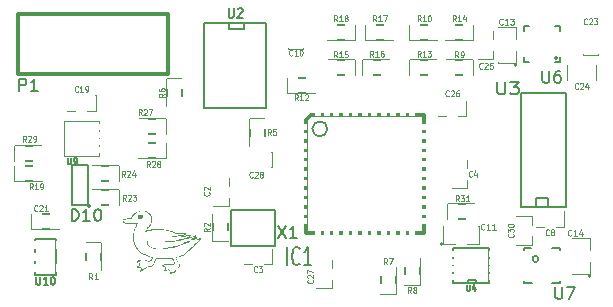
<source format=gto>
%FSLAX34Y34*%
G04 Gerber Fmt 3.4, Leading zero omitted, Abs format*
G04 (created by PCBNEW (2013-11-03 BZR 4430)-product) date Fri 08 Nov 2013 11:28:15 PM CST*
%MOIN*%
G01*
G70*
G90*
G04 APERTURE LIST*
%ADD10C,0.005906*%
%ADD11C,0.012000*%
%ADD12C,0.008000*%
%ADD13C,0.005000*%
%ADD14C,0.004700*%
%ADD15C,0.003800*%
%ADD16C,0.003900*%
%ADD17C,0.000100*%
%ADD18C,0.006890*%
%ADD19C,0.004500*%
%ADD20C,0.004300*%
%ADD21R,0.024000X0.068000*%
%ADD22R,0.068000X0.024000*%
%ADD23R,0.038000X0.028000*%
%ADD24R,0.033000X0.053000*%
%ADD25R,0.053000X0.033000*%
%ADD26R,0.063000X0.063000*%
%ADD27C,0.063000*%
%ADD28R,0.068000X0.068000*%
%ADD29C,0.068000*%
%ADD30R,0.055900X0.018500*%
%ADD31R,0.043000X0.063000*%
%ADD32R,0.063000X0.043000*%
%ADD33R,0.053000X0.028000*%
%ADD34R,0.031622X0.031622*%
%ADD35R,0.047370X0.043433*%
%ADD36O,0.012643X0.038233*%
%ADD37O,0.038233X0.012643*%
%ADD38R,0.035559X0.035559*%
%ADD39O,0.034296X0.012643*%
%ADD40O,0.039496X0.017843*%
%ADD41O,0.012643X0.034296*%
G04 APERTURE END LIST*
G54D10*
G54D11*
X55119Y-39801D02*
X55119Y-43741D01*
X55119Y-43741D02*
X51179Y-43741D01*
X51179Y-39991D02*
X51179Y-43741D01*
X51369Y-39801D02*
X55119Y-39801D01*
X51179Y-39991D02*
X51369Y-39801D01*
G54D12*
X51899Y-40271D02*
G75*
G03X51899Y-40271I-250J0D01*
G74*
G01*
G54D13*
X42869Y-45127D02*
X42169Y-45127D01*
X42169Y-45127D02*
X42169Y-43927D01*
X42169Y-43927D02*
X42869Y-43927D01*
X42869Y-43927D02*
X42869Y-45127D01*
G54D14*
X59123Y-43024D02*
X58848Y-43024D01*
X59517Y-43024D02*
X59792Y-43024D01*
X59123Y-43536D02*
X58848Y-43536D01*
X59792Y-43536D02*
X59517Y-43536D01*
X58848Y-43530D02*
X58848Y-43030D01*
X59792Y-43030D02*
X59792Y-43530D01*
X51102Y-36928D02*
X51102Y-36653D01*
X51102Y-37322D02*
X51102Y-37597D01*
X50590Y-36928D02*
X50590Y-36653D01*
X50590Y-37597D02*
X50590Y-37322D01*
X50596Y-36653D02*
X51096Y-36653D01*
X51096Y-37597D02*
X50596Y-37597D01*
X49383Y-44264D02*
X49108Y-44264D01*
X49777Y-44264D02*
X50052Y-44264D01*
X49383Y-44776D02*
X49108Y-44776D01*
X50052Y-44776D02*
X49777Y-44776D01*
X49108Y-44770D02*
X49108Y-44270D01*
X50052Y-44270D02*
X50052Y-44770D01*
X48094Y-42572D02*
X48094Y-42847D01*
X48094Y-42178D02*
X48094Y-41903D01*
X48606Y-42572D02*
X48606Y-42847D01*
X48606Y-41903D02*
X48606Y-42178D01*
X48600Y-42847D02*
X48100Y-42847D01*
X48100Y-41903D02*
X48600Y-41903D01*
X56043Y-41968D02*
X56043Y-42243D01*
X56043Y-41574D02*
X56043Y-41299D01*
X56555Y-41968D02*
X56555Y-42243D01*
X56555Y-41299D02*
X56555Y-41574D01*
X56549Y-42243D02*
X56049Y-42243D01*
X56049Y-41299D02*
X56549Y-41299D01*
X43503Y-39153D02*
X43228Y-39153D01*
X43897Y-39153D02*
X44172Y-39153D01*
X43503Y-39665D02*
X43228Y-39665D01*
X44172Y-39665D02*
X43897Y-39665D01*
X43228Y-39659D02*
X43228Y-39159D01*
X44172Y-39159D02*
X44172Y-39659D01*
G54D13*
X46512Y-40446D02*
X45612Y-40446D01*
X45612Y-40446D02*
X45612Y-39946D01*
X45612Y-39946D02*
X46512Y-39946D01*
X46512Y-39946D02*
X46512Y-40446D01*
X42969Y-43596D02*
X42069Y-43596D01*
X42069Y-43596D02*
X42069Y-43096D01*
X42069Y-43096D02*
X42969Y-43096D01*
X42969Y-43096D02*
X42969Y-43596D01*
X41500Y-41500D02*
X42400Y-41500D01*
X42400Y-41500D02*
X42400Y-42000D01*
X42400Y-42000D02*
X41500Y-42000D01*
X41500Y-42000D02*
X41500Y-41500D01*
X41500Y-40850D02*
X42400Y-40850D01*
X42400Y-40850D02*
X42400Y-41350D01*
X42400Y-41350D02*
X41500Y-41350D01*
X41500Y-41350D02*
X41500Y-40850D01*
X46512Y-41234D02*
X45612Y-41234D01*
X45612Y-41234D02*
X45612Y-40734D01*
X45612Y-40734D02*
X46512Y-40734D01*
X46512Y-40734D02*
X46512Y-41234D01*
X44938Y-42021D02*
X44038Y-42021D01*
X44038Y-42021D02*
X44038Y-41521D01*
X44038Y-41521D02*
X44938Y-41521D01*
X44938Y-41521D02*
X44938Y-42021D01*
X44038Y-42309D02*
X44938Y-42309D01*
X44938Y-42309D02*
X44938Y-42809D01*
X44938Y-42809D02*
X44038Y-42809D01*
X44038Y-42809D02*
X44038Y-42309D01*
X48600Y-43100D02*
X48600Y-44000D01*
X48600Y-44000D02*
X48100Y-44000D01*
X48100Y-44000D02*
X48100Y-43100D01*
X48100Y-43100D02*
X48600Y-43100D01*
X50593Y-38568D02*
X51493Y-38568D01*
X51493Y-38568D02*
X51493Y-39068D01*
X51493Y-39068D02*
X50593Y-39068D01*
X50593Y-39068D02*
X50593Y-38568D01*
X47061Y-38624D02*
X47061Y-39524D01*
X47061Y-39524D02*
X46561Y-39524D01*
X46561Y-39524D02*
X46561Y-38624D01*
X46561Y-38624D02*
X47061Y-38624D01*
X44344Y-44077D02*
X44344Y-44977D01*
X44344Y-44977D02*
X43844Y-44977D01*
X43844Y-44977D02*
X43844Y-44077D01*
X43844Y-44077D02*
X44344Y-44077D01*
X49836Y-39943D02*
X49836Y-40843D01*
X49836Y-40843D02*
X49336Y-40843D01*
X49336Y-40843D02*
X49336Y-39943D01*
X49336Y-39943D02*
X49836Y-39943D01*
X54974Y-44569D02*
X54974Y-45469D01*
X54974Y-45469D02*
X54474Y-45469D01*
X54474Y-45469D02*
X54474Y-44569D01*
X54474Y-44569D02*
X54974Y-44569D01*
X54187Y-44864D02*
X54187Y-45764D01*
X54187Y-45764D02*
X53687Y-45764D01*
X53687Y-45764D02*
X53687Y-44864D01*
X53687Y-44864D02*
X54187Y-44864D01*
X56749Y-38478D02*
X55849Y-38478D01*
X55849Y-38478D02*
X55849Y-37978D01*
X55849Y-37978D02*
X56749Y-37978D01*
X56749Y-37978D02*
X56749Y-38478D01*
X54668Y-36797D02*
X55568Y-36797D01*
X55568Y-36797D02*
X55568Y-37297D01*
X55568Y-37297D02*
X54668Y-37297D01*
X54668Y-37297D02*
X54668Y-36797D01*
X55849Y-36797D02*
X56749Y-36797D01*
X56749Y-36797D02*
X56749Y-37297D01*
X56749Y-37297D02*
X55849Y-37297D01*
X55849Y-37297D02*
X55849Y-36797D01*
X55568Y-38478D02*
X54668Y-38478D01*
X54668Y-38478D02*
X54668Y-37978D01*
X54668Y-37978D02*
X55568Y-37978D01*
X55568Y-37978D02*
X55568Y-38478D01*
X52812Y-38478D02*
X51912Y-38478D01*
X51912Y-38478D02*
X51912Y-37978D01*
X51912Y-37978D02*
X52812Y-37978D01*
X52812Y-37978D02*
X52812Y-38478D01*
X53993Y-38478D02*
X53093Y-38478D01*
X53093Y-38478D02*
X53093Y-37978D01*
X53093Y-37978D02*
X53993Y-37978D01*
X53993Y-37978D02*
X53993Y-38478D01*
X51912Y-36797D02*
X52812Y-36797D01*
X52812Y-36797D02*
X52812Y-37297D01*
X52812Y-37297D02*
X51912Y-37297D01*
X51912Y-37297D02*
X51912Y-36797D01*
X53191Y-36797D02*
X54091Y-36797D01*
X54091Y-36797D02*
X54091Y-37297D01*
X54091Y-37297D02*
X53191Y-37297D01*
X53191Y-37297D02*
X53191Y-36797D01*
G54D11*
X46594Y-38440D02*
X41594Y-38440D01*
X41594Y-38440D02*
X41594Y-36440D01*
X41594Y-36440D02*
X46594Y-36440D01*
X46594Y-36440D02*
X46594Y-38440D01*
G54D14*
X60572Y-38656D02*
X60847Y-38656D01*
X60178Y-38656D02*
X59903Y-38656D01*
X60572Y-38144D02*
X60847Y-38144D01*
X59903Y-38144D02*
X60178Y-38144D01*
X60847Y-38150D02*
X60847Y-38650D01*
X59903Y-38650D02*
X59903Y-38150D01*
X56909Y-37677D02*
X56909Y-37952D01*
X56909Y-37283D02*
X56909Y-37008D01*
X57421Y-37677D02*
X57421Y-37952D01*
X57421Y-37008D02*
X57421Y-37283D01*
X57415Y-37952D02*
X56915Y-37952D01*
X56915Y-37008D02*
X57415Y-37008D01*
X60419Y-37522D02*
X60419Y-37797D01*
X60419Y-37128D02*
X60419Y-36853D01*
X60931Y-37522D02*
X60931Y-37797D01*
X60931Y-36853D02*
X60931Y-37128D01*
X60925Y-37797D02*
X60425Y-37797D01*
X60425Y-36853D02*
X60925Y-36853D01*
G54D15*
X44291Y-41181D02*
X43109Y-41181D01*
X43109Y-41181D02*
X43109Y-39999D01*
X43109Y-39999D02*
X44291Y-39999D01*
X44291Y-39999D02*
X44291Y-41181D01*
G54D16*
X55750Y-44100D02*
G75*
G03X55750Y-44100I-50J0D01*
G74*
G01*
X56150Y-44100D02*
X55750Y-44100D01*
X55750Y-44100D02*
X55750Y-43500D01*
X55750Y-43500D02*
X56150Y-43500D01*
X56550Y-43500D02*
X56950Y-43500D01*
X56950Y-43500D02*
X56950Y-44100D01*
X56950Y-44100D02*
X56550Y-44100D01*
X58224Y-38130D02*
G75*
G03X58224Y-38130I-50J0D01*
G74*
G01*
X58174Y-37680D02*
X58174Y-38080D01*
X58174Y-38080D02*
X57574Y-38080D01*
X57574Y-38080D02*
X57574Y-37680D01*
X57574Y-37280D02*
X57574Y-36880D01*
X57574Y-36880D02*
X58174Y-36880D01*
X58174Y-36880D02*
X58174Y-37280D01*
X60700Y-45175D02*
G75*
G03X60700Y-45175I-50J0D01*
G74*
G01*
X60650Y-44725D02*
X60650Y-45125D01*
X60650Y-45125D02*
X60050Y-45125D01*
X60050Y-45125D02*
X60050Y-44725D01*
X60050Y-44325D02*
X60050Y-43925D01*
X60050Y-43925D02*
X60650Y-43925D01*
X60650Y-43925D02*
X60650Y-44325D01*
G54D14*
X56259Y-39842D02*
X56534Y-39842D01*
X55865Y-39842D02*
X55590Y-39842D01*
X56259Y-39330D02*
X56534Y-39330D01*
X55590Y-39330D02*
X55865Y-39330D01*
X56534Y-39336D02*
X56534Y-39836D01*
X55590Y-39836D02*
X55590Y-39336D01*
X52047Y-44921D02*
X52047Y-44646D01*
X52047Y-45315D02*
X52047Y-45590D01*
X51535Y-44921D02*
X51535Y-44646D01*
X51535Y-45590D02*
X51535Y-45315D01*
X51541Y-44646D02*
X52041Y-44646D01*
X52041Y-45590D02*
X51541Y-45590D01*
X49763Y-41555D02*
X50038Y-41555D01*
X49369Y-41555D02*
X49094Y-41555D01*
X49763Y-41043D02*
X50038Y-41043D01*
X49094Y-41043D02*
X49369Y-41043D01*
X50038Y-41049D02*
X50038Y-41549D01*
X49094Y-41549D02*
X49094Y-41049D01*
G54D13*
X49842Y-36732D02*
X49842Y-39566D01*
X49842Y-39566D02*
X47795Y-39566D01*
X47795Y-39566D02*
X47795Y-36732D01*
X47795Y-36732D02*
X49842Y-36732D01*
X49118Y-36755D02*
X49118Y-36955D01*
X49118Y-36955D02*
X48618Y-36955D01*
X48618Y-36955D02*
X48618Y-36755D01*
G54D12*
X58355Y-42884D02*
X58355Y-39084D01*
X58355Y-39084D02*
X59855Y-39084D01*
X59855Y-39084D02*
X59855Y-42884D01*
X59855Y-42884D02*
X58355Y-42884D01*
X58855Y-42884D02*
X58855Y-42584D01*
X58855Y-42584D02*
X59255Y-42584D01*
X59255Y-42584D02*
X59255Y-42884D01*
G54D14*
X58716Y-43463D02*
X58716Y-43188D01*
X58716Y-43857D02*
X58716Y-44132D01*
X58204Y-43463D02*
X58204Y-43188D01*
X58204Y-44132D02*
X58204Y-43857D01*
X58210Y-43188D02*
X58710Y-43188D01*
X58710Y-44132D02*
X58210Y-44132D01*
G54D17*
G36*
X47694Y-43921D02*
X47686Y-43940D01*
X47666Y-43968D01*
X47649Y-43986D01*
X47649Y-43952D01*
X47639Y-43952D01*
X47618Y-43957D01*
X47608Y-43959D01*
X47571Y-43965D01*
X47548Y-43959D01*
X47539Y-43941D01*
X47539Y-43938D01*
X47539Y-43918D01*
X47509Y-43938D01*
X47489Y-43950D01*
X47456Y-43967D01*
X47447Y-43972D01*
X47447Y-43937D01*
X47436Y-43935D01*
X47412Y-43944D01*
X47376Y-43965D01*
X47369Y-43969D01*
X47334Y-43990D01*
X47301Y-44010D01*
X47277Y-44024D01*
X47272Y-44026D01*
X47256Y-44036D01*
X47252Y-44041D01*
X47253Y-44041D01*
X47264Y-44037D01*
X47288Y-44027D01*
X47322Y-44011D01*
X47359Y-43994D01*
X47404Y-43971D01*
X47434Y-43954D01*
X47447Y-43942D01*
X47447Y-43937D01*
X47447Y-43972D01*
X47415Y-43989D01*
X47371Y-44011D01*
X47366Y-44013D01*
X47254Y-44064D01*
X47240Y-44070D01*
X47240Y-44046D01*
X47235Y-44041D01*
X47230Y-44046D01*
X47235Y-44050D01*
X47240Y-44046D01*
X47240Y-44070D01*
X47221Y-44077D01*
X47221Y-44055D01*
X47216Y-44050D01*
X47212Y-44055D01*
X47216Y-44060D01*
X47221Y-44055D01*
X47221Y-44077D01*
X47134Y-44112D01*
X47010Y-44155D01*
X46883Y-44193D01*
X46756Y-44226D01*
X46632Y-44253D01*
X46513Y-44273D01*
X46402Y-44285D01*
X46302Y-44290D01*
X46215Y-44287D01*
X46200Y-44285D01*
X46112Y-44269D01*
X46039Y-44246D01*
X45981Y-44215D01*
X45935Y-44176D01*
X45908Y-44140D01*
X45895Y-44116D01*
X45886Y-44095D01*
X45882Y-44071D01*
X45880Y-44038D01*
X45880Y-44010D01*
X45881Y-43965D01*
X45884Y-43936D01*
X45890Y-43923D01*
X45892Y-43922D01*
X45898Y-43925D01*
X45902Y-43942D01*
X45903Y-43974D01*
X45903Y-43986D01*
X45907Y-44047D01*
X45917Y-44096D01*
X45937Y-44137D01*
X45952Y-44158D01*
X45988Y-44193D01*
X46033Y-44220D01*
X46088Y-44239D01*
X46156Y-44252D01*
X46239Y-44259D01*
X46315Y-44260D01*
X46477Y-44251D01*
X46644Y-44225D01*
X46814Y-44184D01*
X46984Y-44128D01*
X47152Y-44057D01*
X47282Y-43992D01*
X47322Y-43968D01*
X47364Y-43943D01*
X47404Y-43918D01*
X47439Y-43895D01*
X47465Y-43876D01*
X47480Y-43863D01*
X47483Y-43859D01*
X47474Y-43861D01*
X47452Y-43867D01*
X47418Y-43877D01*
X47376Y-43891D01*
X47371Y-43892D01*
X47274Y-43922D01*
X47274Y-43895D01*
X47268Y-43892D01*
X47248Y-43897D01*
X47240Y-43901D01*
X47232Y-43908D01*
X47239Y-43909D01*
X47257Y-43904D01*
X47263Y-43901D01*
X47274Y-43895D01*
X47274Y-43922D01*
X47260Y-43926D01*
X47151Y-43956D01*
X47044Y-43982D01*
X46942Y-44004D01*
X46845Y-44021D01*
X46758Y-44034D01*
X46680Y-44041D01*
X46614Y-44043D01*
X46562Y-44040D01*
X46526Y-44030D01*
X46522Y-44028D01*
X46501Y-44016D01*
X46492Y-44007D01*
X46498Y-44001D01*
X46518Y-43998D01*
X46555Y-43997D01*
X46609Y-43999D01*
X46630Y-43999D01*
X46689Y-44002D01*
X46734Y-44003D01*
X46773Y-44001D01*
X46810Y-43997D01*
X46850Y-43990D01*
X46867Y-43986D01*
X46934Y-43972D01*
X47004Y-43954D01*
X47073Y-43934D01*
X47139Y-43914D01*
X47198Y-43893D01*
X47249Y-43873D01*
X47288Y-43855D01*
X47312Y-43840D01*
X47314Y-43838D01*
X47323Y-43828D01*
X47316Y-43828D01*
X47305Y-43830D01*
X47217Y-43853D01*
X47136Y-43869D01*
X47052Y-43879D01*
X47029Y-43881D01*
X47029Y-43854D01*
X47028Y-43853D01*
X47015Y-43849D01*
X46989Y-43848D01*
X46947Y-43849D01*
X46911Y-43852D01*
X46805Y-43861D01*
X46922Y-43862D01*
X46973Y-43862D01*
X47007Y-43861D01*
X47025Y-43858D01*
X47029Y-43854D01*
X47029Y-43881D01*
X47020Y-43882D01*
X46949Y-43885D01*
X46884Y-43885D01*
X46825Y-43882D01*
X46775Y-43876D01*
X46738Y-43868D01*
X46714Y-43857D01*
X46707Y-43846D01*
X46716Y-43843D01*
X46740Y-43840D01*
X46777Y-43835D01*
X46824Y-43831D01*
X46864Y-43828D01*
X46942Y-43822D01*
X47009Y-43814D01*
X47062Y-43804D01*
X47100Y-43793D01*
X47120Y-43782D01*
X47123Y-43779D01*
X47117Y-43775D01*
X47093Y-43772D01*
X47053Y-43771D01*
X47004Y-43770D01*
X46953Y-43770D01*
X46914Y-43768D01*
X46883Y-43765D01*
X46855Y-43759D01*
X46824Y-43750D01*
X46789Y-43738D01*
X46623Y-43687D01*
X46459Y-43655D01*
X46297Y-43640D01*
X46137Y-43644D01*
X45977Y-43667D01*
X45896Y-43685D01*
X45862Y-43693D01*
X45836Y-43696D01*
X45823Y-43695D01*
X45823Y-43694D01*
X45825Y-43682D01*
X45836Y-43659D01*
X45854Y-43628D01*
X45876Y-43593D01*
X45900Y-43558D01*
X45924Y-43527D01*
X45940Y-43509D01*
X45968Y-43476D01*
X45993Y-43439D01*
X46005Y-43420D01*
X46017Y-43394D01*
X46024Y-43369D01*
X46028Y-43340D01*
X46029Y-43300D01*
X46029Y-43289D01*
X46028Y-43244D01*
X46025Y-43212D01*
X46018Y-43187D01*
X46009Y-43166D01*
X45970Y-43112D01*
X45918Y-43069D01*
X45856Y-43038D01*
X45787Y-43020D01*
X45714Y-43017D01*
X45674Y-43022D01*
X45597Y-43044D01*
X45526Y-43081D01*
X45465Y-43131D01*
X45417Y-43190D01*
X45400Y-43222D01*
X45380Y-43262D01*
X45280Y-43278D01*
X45236Y-43284D01*
X45197Y-43290D01*
X45167Y-43293D01*
X45155Y-43293D01*
X45130Y-43299D01*
X45114Y-43306D01*
X45103Y-43317D01*
X45103Y-43330D01*
X45110Y-43346D01*
X45120Y-43362D01*
X45132Y-43376D01*
X45149Y-43385D01*
X45174Y-43393D01*
X45208Y-43398D01*
X45255Y-43401D01*
X45316Y-43404D01*
X45375Y-43406D01*
X45572Y-43410D01*
X45570Y-43434D01*
X45566Y-43453D01*
X45555Y-43483D01*
X45540Y-43521D01*
X45531Y-43542D01*
X45492Y-43638D01*
X45467Y-43729D01*
X45454Y-43818D01*
X45451Y-43882D01*
X45458Y-43992D01*
X45481Y-44091D01*
X45519Y-44182D01*
X45573Y-44263D01*
X45643Y-44336D01*
X45729Y-44401D01*
X45832Y-44457D01*
X45952Y-44506D01*
X45990Y-44518D01*
X46028Y-44531D01*
X46058Y-44544D01*
X46077Y-44554D01*
X46081Y-44558D01*
X46074Y-44583D01*
X46059Y-44614D01*
X46039Y-44645D01*
X46017Y-44669D01*
X46016Y-44670D01*
X45985Y-44689D01*
X45948Y-44695D01*
X45902Y-44689D01*
X45865Y-44677D01*
X45788Y-44657D01*
X45719Y-44653D01*
X45659Y-44666D01*
X45605Y-44695D01*
X45600Y-44699D01*
X45573Y-44721D01*
X45606Y-44727D01*
X45642Y-44740D01*
X45662Y-44760D01*
X45666Y-44785D01*
X45653Y-44812D01*
X45623Y-44838D01*
X45620Y-44840D01*
X45581Y-44864D01*
X45623Y-44864D01*
X45656Y-44867D01*
X45683Y-44876D01*
X45687Y-44879D01*
X45700Y-44890D01*
X45706Y-44904D01*
X45706Y-44928D01*
X45705Y-44944D01*
X45704Y-44972D01*
X45705Y-44990D01*
X45707Y-44994D01*
X45716Y-44989D01*
X45736Y-44973D01*
X45761Y-44951D01*
X45770Y-44943D01*
X45827Y-44896D01*
X45880Y-44865D01*
X45928Y-44848D01*
X45961Y-44845D01*
X46000Y-44842D01*
X46032Y-44832D01*
X46059Y-44813D01*
X46083Y-44783D01*
X46107Y-44739D01*
X46133Y-44678D01*
X46133Y-44678D01*
X46150Y-44637D01*
X46166Y-44606D01*
X46183Y-44585D01*
X46205Y-44573D01*
X46235Y-44567D01*
X46276Y-44566D01*
X46331Y-44568D01*
X46362Y-44570D01*
X46444Y-44574D01*
X46515Y-44574D01*
X46570Y-44570D01*
X46625Y-44564D01*
X46665Y-44562D01*
X46693Y-44562D01*
X46714Y-44567D01*
X46730Y-44576D01*
X46745Y-44588D01*
X46776Y-44625D01*
X46803Y-44668D01*
X46821Y-44709D01*
X46823Y-44719D01*
X46821Y-44752D01*
X46803Y-44780D01*
X46772Y-44801D01*
X46754Y-44807D01*
X46726Y-44812D01*
X46682Y-44813D01*
X46626Y-44813D01*
X46593Y-44811D01*
X46534Y-44809D01*
X46491Y-44809D01*
X46460Y-44812D01*
X46441Y-44817D01*
X46423Y-44826D01*
X46422Y-44830D01*
X46431Y-44833D01*
X46465Y-44840D01*
X46485Y-44846D01*
X46499Y-44853D01*
X46506Y-44860D01*
X46517Y-44883D01*
X46519Y-44913D01*
X46512Y-44943D01*
X46507Y-44954D01*
X46500Y-44964D01*
X46501Y-44969D01*
X46514Y-44967D01*
X46542Y-44960D01*
X46575Y-44954D01*
X46604Y-44952D01*
X46616Y-44953D01*
X46647Y-44968D01*
X46669Y-44996D01*
X46677Y-45030D01*
X46677Y-45039D01*
X46676Y-45060D01*
X46682Y-45067D01*
X46700Y-45065D01*
X46702Y-45064D01*
X46729Y-45056D01*
X46760Y-45044D01*
X46771Y-45039D01*
X46802Y-45020D01*
X46830Y-44994D01*
X46836Y-44987D01*
X46856Y-44963D01*
X46882Y-44931D01*
X46905Y-44905D01*
X46928Y-44878D01*
X46946Y-44852D01*
X46955Y-44836D01*
X46957Y-44798D01*
X46944Y-44754D01*
X46916Y-44710D01*
X46894Y-44677D01*
X46873Y-44641D01*
X46856Y-44606D01*
X46844Y-44575D01*
X46840Y-44555D01*
X46841Y-44551D01*
X46852Y-44543D01*
X46877Y-44535D01*
X46906Y-44528D01*
X46975Y-44513D01*
X47041Y-44491D01*
X47096Y-44466D01*
X47113Y-44456D01*
X47132Y-44442D01*
X47161Y-44416D01*
X47196Y-44383D01*
X47237Y-44344D01*
X47277Y-44304D01*
X47328Y-44253D01*
X47386Y-44196D01*
X47446Y-44140D01*
X47501Y-44089D01*
X47528Y-44065D01*
X47567Y-44029D01*
X47601Y-43998D01*
X47628Y-43974D01*
X47644Y-43957D01*
X47649Y-43952D01*
X47649Y-43986D01*
X47632Y-44004D01*
X47585Y-44049D01*
X47541Y-44088D01*
X47494Y-44131D01*
X47440Y-44182D01*
X47382Y-44238D01*
X47326Y-44293D01*
X47286Y-44332D01*
X47237Y-44381D01*
X47199Y-44419D01*
X47168Y-44447D01*
X47141Y-44468D01*
X47118Y-44483D01*
X47095Y-44496D01*
X47090Y-44498D01*
X47045Y-44517D01*
X46996Y-44534D01*
X46950Y-44547D01*
X46912Y-44554D01*
X46897Y-44555D01*
X46878Y-44559D01*
X46871Y-44564D01*
X46871Y-44578D01*
X46881Y-44604D01*
X46898Y-44636D01*
X46921Y-44671D01*
X46937Y-44694D01*
X46968Y-44743D01*
X46982Y-44789D01*
X46979Y-44833D01*
X46958Y-44878D01*
X46923Y-44924D01*
X46896Y-44955D01*
X46871Y-44986D01*
X46854Y-45006D01*
X46823Y-45036D01*
X46779Y-45063D01*
X46728Y-45083D01*
X46686Y-45092D01*
X46641Y-45099D01*
X46647Y-45053D01*
X46650Y-45024D01*
X46647Y-45007D01*
X46637Y-44995D01*
X46631Y-44991D01*
X46609Y-44980D01*
X46583Y-44977D01*
X46550Y-44984D01*
X46515Y-44995D01*
X46486Y-45005D01*
X46465Y-45009D01*
X46457Y-45009D01*
X46457Y-44998D01*
X46466Y-44976D01*
X46478Y-44951D01*
X46492Y-44923D01*
X46498Y-44906D01*
X46497Y-44895D01*
X46490Y-44885D01*
X46486Y-44881D01*
X46459Y-44866D01*
X46416Y-44857D01*
X46414Y-44857D01*
X46383Y-44852D01*
X46365Y-44845D01*
X46361Y-44841D01*
X46369Y-44830D01*
X46388Y-44815D01*
X46401Y-44807D01*
X46416Y-44799D01*
X46432Y-44793D01*
X46450Y-44788D01*
X46474Y-44786D01*
X46507Y-44785D01*
X46554Y-44784D01*
X46601Y-44784D01*
X46660Y-44784D01*
X46703Y-44783D01*
X46734Y-44782D01*
X46754Y-44779D01*
X46768Y-44775D01*
X46778Y-44769D01*
X46781Y-44766D01*
X46795Y-44749D01*
X46801Y-44735D01*
X46795Y-44712D01*
X46780Y-44681D01*
X46760Y-44648D01*
X46737Y-44619D01*
X46729Y-44610D01*
X46698Y-44580D01*
X46618Y-44592D01*
X46568Y-44597D01*
X46508Y-44600D01*
X46436Y-44599D01*
X46377Y-44598D01*
X46315Y-44596D01*
X46269Y-44595D01*
X46237Y-44596D01*
X46216Y-44598D01*
X46204Y-44602D01*
X46201Y-44604D01*
X46190Y-44617D01*
X46176Y-44644D01*
X46160Y-44679D01*
X46152Y-44699D01*
X46123Y-44763D01*
X46095Y-44810D01*
X46065Y-44843D01*
X46030Y-44863D01*
X45988Y-44872D01*
X45963Y-44873D01*
X45909Y-44881D01*
X45857Y-44906D01*
X45805Y-44948D01*
X45768Y-44980D01*
X45732Y-45007D01*
X45701Y-45025D01*
X45679Y-45032D01*
X45678Y-45032D01*
X45667Y-45031D01*
X45662Y-45026D01*
X45663Y-45014D01*
X45670Y-44989D01*
X45676Y-44970D01*
X45685Y-44936D01*
X45684Y-44914D01*
X45673Y-44901D01*
X45648Y-44894D01*
X45607Y-44892D01*
X45594Y-44892D01*
X45555Y-44890D01*
X45530Y-44887D01*
X45520Y-44882D01*
X45520Y-44882D01*
X45528Y-44873D01*
X45547Y-44857D01*
X45574Y-44839D01*
X45576Y-44837D01*
X45605Y-44818D01*
X45627Y-44801D01*
X45637Y-44789D01*
X45637Y-44789D01*
X45635Y-44772D01*
X45616Y-44758D01*
X45583Y-44748D01*
X45575Y-44747D01*
X45549Y-44739D01*
X45540Y-44727D01*
X45549Y-44710D01*
X45569Y-44690D01*
X45627Y-44653D01*
X45693Y-44633D01*
X45764Y-44629D01*
X45842Y-44643D01*
X45857Y-44648D01*
X45909Y-44662D01*
X45949Y-44667D01*
X45979Y-44662D01*
X46003Y-44647D01*
X46009Y-44642D01*
X46028Y-44617D01*
X46042Y-44593D01*
X46042Y-44591D01*
X46046Y-44580D01*
X46045Y-44572D01*
X46037Y-44564D01*
X46019Y-44556D01*
X45988Y-44544D01*
X45953Y-44532D01*
X45836Y-44487D01*
X45736Y-44436D01*
X45652Y-44379D01*
X45581Y-44315D01*
X45525Y-44243D01*
X45480Y-44161D01*
X45457Y-44105D01*
X45446Y-44071D01*
X45439Y-44039D01*
X45433Y-44002D01*
X45430Y-43955D01*
X45429Y-43914D01*
X45427Y-43860D01*
X45428Y-43818D01*
X45431Y-43783D01*
X45436Y-43749D01*
X45446Y-43710D01*
X45448Y-43699D01*
X45464Y-43646D01*
X45483Y-43589D01*
X45504Y-43536D01*
X45510Y-43523D01*
X45525Y-43487D01*
X45536Y-43457D01*
X45542Y-43439D01*
X45542Y-43434D01*
X45532Y-43433D01*
X45506Y-43432D01*
X45467Y-43431D01*
X45420Y-43431D01*
X45379Y-43432D01*
X45313Y-43433D01*
X45262Y-43432D01*
X45224Y-43430D01*
X45194Y-43426D01*
X45170Y-43420D01*
X45125Y-43401D01*
X45096Y-43376D01*
X45083Y-43341D01*
X45083Y-43317D01*
X45086Y-43279D01*
X45190Y-43264D01*
X45249Y-43256D01*
X45293Y-43249D01*
X45324Y-43243D01*
X45345Y-43237D01*
X45359Y-43229D01*
X45369Y-43219D01*
X45378Y-43207D01*
X45384Y-43195D01*
X45436Y-43122D01*
X45497Y-43066D01*
X45567Y-43027D01*
X45647Y-43003D01*
X45736Y-42996D01*
X45758Y-42996D01*
X45838Y-43007D01*
X45906Y-43030D01*
X45962Y-43067D01*
X46008Y-43118D01*
X46033Y-43158D01*
X46045Y-43185D01*
X46053Y-43211D01*
X46056Y-43242D01*
X46057Y-43284D01*
X46056Y-43327D01*
X46053Y-43359D01*
X46045Y-43387D01*
X46031Y-43420D01*
X46028Y-43424D01*
X46007Y-43463D01*
X45980Y-43502D01*
X45959Y-43527D01*
X45938Y-43552D01*
X45915Y-43582D01*
X45894Y-43611D01*
X45877Y-43637D01*
X45868Y-43656D01*
X45867Y-43662D01*
X45877Y-43662D01*
X45901Y-43658D01*
X45934Y-43651D01*
X45945Y-43648D01*
X46092Y-43622D01*
X46245Y-43614D01*
X46403Y-43622D01*
X46564Y-43648D01*
X46727Y-43690D01*
X46773Y-43704D01*
X46817Y-43719D01*
X46852Y-43729D01*
X46885Y-43736D01*
X46920Y-43740D01*
X46963Y-43743D01*
X47016Y-43745D01*
X47066Y-43747D01*
X47110Y-43750D01*
X47146Y-43753D01*
X47168Y-43756D01*
X47172Y-43756D01*
X47190Y-43766D01*
X47189Y-43778D01*
X47171Y-43792D01*
X47135Y-43808D01*
X47076Y-43830D01*
X47118Y-43836D01*
X47168Y-43837D01*
X47228Y-43825D01*
X47295Y-43803D01*
X47309Y-43797D01*
X47342Y-43786D01*
X47361Y-43786D01*
X47365Y-43798D01*
X47355Y-43822D01*
X47348Y-43834D01*
X47334Y-43858D01*
X47325Y-43874D01*
X47324Y-43877D01*
X47332Y-43876D01*
X47355Y-43870D01*
X47387Y-43859D01*
X47427Y-43846D01*
X47468Y-43832D01*
X47501Y-43823D01*
X47525Y-43817D01*
X47535Y-43818D01*
X47533Y-43831D01*
X47522Y-43851D01*
X47505Y-43873D01*
X47486Y-43892D01*
X47482Y-43895D01*
X47470Y-43908D01*
X47473Y-43915D01*
X47487Y-43914D01*
X47508Y-43904D01*
X47519Y-43897D01*
X47541Y-43883D01*
X47557Y-43874D01*
X47560Y-43873D01*
X47565Y-43881D01*
X47567Y-43901D01*
X47567Y-43906D01*
X47569Y-43928D01*
X47577Y-43937D01*
X47587Y-43938D01*
X47607Y-43934D01*
X47634Y-43923D01*
X47643Y-43918D01*
X47669Y-43906D01*
X47685Y-43905D01*
X47690Y-43908D01*
X47694Y-43921D01*
X47694Y-43921D01*
X47694Y-43921D01*
G37*
G36*
X45763Y-43204D02*
X45754Y-43228D01*
X45735Y-43249D01*
X45708Y-43264D01*
X45675Y-43271D01*
X45640Y-43267D01*
X45626Y-43261D01*
X45594Y-43240D01*
X45579Y-43214D01*
X45581Y-43185D01*
X45599Y-43157D01*
X45628Y-43140D01*
X45666Y-43134D01*
X45705Y-43138D01*
X45738Y-43153D01*
X45739Y-43154D01*
X45758Y-43178D01*
X45763Y-43204D01*
X45763Y-43204D01*
X45763Y-43204D01*
G37*
G54D13*
X56830Y-43290D02*
X55930Y-43290D01*
X55930Y-43290D02*
X55930Y-42790D01*
X55930Y-42790D02*
X56830Y-42790D01*
X56830Y-42790D02*
X56830Y-43290D01*
G54D18*
X44000Y-42838D02*
G75*
G03X44000Y-42838I-55J0D01*
G74*
G01*
X43915Y-41480D02*
X43915Y-42819D01*
X43384Y-41480D02*
X43384Y-42819D01*
X43915Y-42819D02*
X43384Y-42819D01*
X43915Y-41480D02*
X43384Y-41480D01*
X50153Y-44165D02*
X50153Y-42984D01*
X50153Y-42984D02*
X48696Y-42984D01*
X48696Y-42984D02*
X48696Y-44165D01*
X48696Y-44165D02*
X50153Y-44165D01*
G54D10*
X56850Y-45413D02*
X56850Y-45295D01*
X56850Y-45295D02*
X56574Y-45295D01*
X56574Y-45295D02*
X56574Y-45413D01*
X57283Y-45413D02*
X56101Y-45413D01*
X56101Y-45413D02*
X56101Y-44231D01*
X56101Y-44231D02*
X57283Y-44231D01*
X57283Y-44231D02*
X57283Y-45413D01*
G54D18*
X58464Y-38031D02*
X58464Y-37874D01*
X58464Y-38031D02*
X58622Y-38031D01*
X58464Y-36850D02*
X58622Y-36850D01*
X58464Y-36850D02*
X58464Y-37007D01*
X59645Y-36850D02*
X59488Y-36850D01*
X59645Y-36850D02*
X59645Y-37007D01*
X59645Y-38031D02*
X59645Y-37874D01*
X59645Y-38031D02*
X59488Y-38031D01*
X59571Y-37913D02*
G75*
G03X59571Y-37913I-44J0D01*
G74*
G01*
X58459Y-45415D02*
X58459Y-45356D01*
X58459Y-45415D02*
X58715Y-45415D01*
X59640Y-45415D02*
X59640Y-45356D01*
X59640Y-45415D02*
X59384Y-45415D01*
X59640Y-44234D02*
X59640Y-44293D01*
X59640Y-44234D02*
X59384Y-44234D01*
X58459Y-44234D02*
X58459Y-44293D01*
X58459Y-44234D02*
X58695Y-44234D01*
X58931Y-44608D02*
G75*
G03X58931Y-44608I-98J0D01*
G74*
G01*
G54D12*
X50554Y-44818D02*
X50554Y-44218D01*
X50973Y-44761D02*
X50954Y-44790D01*
X50897Y-44818D01*
X50859Y-44818D01*
X50802Y-44790D01*
X50763Y-44732D01*
X50744Y-44675D01*
X50725Y-44561D01*
X50725Y-44475D01*
X50744Y-44361D01*
X50763Y-44304D01*
X50802Y-44247D01*
X50859Y-44218D01*
X50897Y-44218D01*
X50954Y-44247D01*
X50973Y-44275D01*
X51354Y-44818D02*
X51125Y-44818D01*
X51240Y-44818D02*
X51240Y-44218D01*
X51202Y-44304D01*
X51163Y-44361D01*
X51125Y-44390D01*
G54D13*
X42190Y-45213D02*
X42190Y-45415D01*
X42202Y-45439D01*
X42214Y-45451D01*
X42238Y-45463D01*
X42285Y-45463D01*
X42309Y-45451D01*
X42321Y-45439D01*
X42333Y-45415D01*
X42333Y-45213D01*
X42583Y-45463D02*
X42440Y-45463D01*
X42511Y-45463D02*
X42511Y-45213D01*
X42488Y-45248D01*
X42464Y-45272D01*
X42440Y-45284D01*
X42738Y-45213D02*
X42761Y-45213D01*
X42785Y-45225D01*
X42797Y-45236D01*
X42809Y-45260D01*
X42821Y-45308D01*
X42821Y-45367D01*
X42809Y-45415D01*
X42797Y-45439D01*
X42785Y-45451D01*
X42761Y-45463D01*
X42738Y-45463D01*
X42714Y-45451D01*
X42702Y-45439D01*
X42690Y-45415D01*
X42678Y-45367D01*
X42678Y-45308D01*
X42690Y-45260D01*
X42702Y-45236D01*
X42714Y-45225D01*
X42738Y-45213D01*
G54D19*
X59284Y-43804D02*
X59276Y-43814D01*
X59250Y-43824D01*
X59233Y-43824D01*
X59207Y-43814D01*
X59190Y-43795D01*
X59182Y-43776D01*
X59173Y-43738D01*
X59173Y-43709D01*
X59182Y-43671D01*
X59190Y-43652D01*
X59207Y-43633D01*
X59233Y-43624D01*
X59250Y-43624D01*
X59276Y-43633D01*
X59284Y-43643D01*
X59387Y-43709D02*
X59370Y-43700D01*
X59362Y-43690D01*
X59353Y-43671D01*
X59353Y-43662D01*
X59362Y-43643D01*
X59370Y-43633D01*
X59387Y-43624D01*
X59422Y-43624D01*
X59439Y-43633D01*
X59447Y-43643D01*
X59456Y-43662D01*
X59456Y-43671D01*
X59447Y-43690D01*
X59439Y-43700D01*
X59422Y-43709D01*
X59387Y-43709D01*
X59370Y-43719D01*
X59362Y-43728D01*
X59353Y-43747D01*
X59353Y-43785D01*
X59362Y-43804D01*
X59370Y-43814D01*
X59387Y-43824D01*
X59422Y-43824D01*
X59439Y-43814D01*
X59447Y-43804D01*
X59456Y-43785D01*
X59456Y-43747D01*
X59447Y-43728D01*
X59439Y-43719D01*
X59422Y-43709D01*
X50736Y-37807D02*
X50728Y-37816D01*
X50702Y-37826D01*
X50685Y-37826D01*
X50659Y-37816D01*
X50642Y-37797D01*
X50633Y-37778D01*
X50625Y-37740D01*
X50625Y-37711D01*
X50633Y-37673D01*
X50642Y-37654D01*
X50659Y-37635D01*
X50685Y-37626D01*
X50702Y-37626D01*
X50728Y-37635D01*
X50736Y-37645D01*
X50908Y-37826D02*
X50805Y-37826D01*
X50856Y-37826D02*
X50856Y-37626D01*
X50839Y-37654D01*
X50822Y-37673D01*
X50805Y-37683D01*
X51019Y-37626D02*
X51036Y-37626D01*
X51053Y-37635D01*
X51062Y-37645D01*
X51071Y-37664D01*
X51079Y-37702D01*
X51079Y-37749D01*
X51071Y-37788D01*
X51062Y-37807D01*
X51053Y-37816D01*
X51036Y-37826D01*
X51019Y-37826D01*
X51002Y-37816D01*
X50993Y-37807D01*
X50985Y-37788D01*
X50976Y-37749D01*
X50976Y-37702D01*
X50985Y-37664D01*
X50993Y-37645D01*
X51002Y-37635D01*
X51019Y-37626D01*
X49556Y-45026D02*
X49547Y-45035D01*
X49521Y-45045D01*
X49504Y-45045D01*
X49478Y-45035D01*
X49461Y-45016D01*
X49453Y-44997D01*
X49444Y-44959D01*
X49444Y-44931D01*
X49453Y-44893D01*
X49461Y-44874D01*
X49478Y-44855D01*
X49504Y-44845D01*
X49521Y-44845D01*
X49547Y-44855D01*
X49556Y-44864D01*
X49616Y-44845D02*
X49727Y-44845D01*
X49667Y-44921D01*
X49693Y-44921D01*
X49710Y-44931D01*
X49718Y-44940D01*
X49727Y-44959D01*
X49727Y-45007D01*
X49718Y-45026D01*
X49710Y-45035D01*
X49693Y-45045D01*
X49641Y-45045D01*
X49624Y-45035D01*
X49616Y-45026D01*
X47961Y-42385D02*
X47970Y-42394D01*
X47980Y-42419D01*
X47980Y-42437D01*
X47970Y-42462D01*
X47951Y-42479D01*
X47932Y-42488D01*
X47894Y-42497D01*
X47866Y-42497D01*
X47828Y-42488D01*
X47809Y-42479D01*
X47789Y-42462D01*
X47780Y-42437D01*
X47780Y-42419D01*
X47789Y-42394D01*
X47799Y-42385D01*
X47799Y-42317D02*
X47789Y-42308D01*
X47780Y-42291D01*
X47780Y-42248D01*
X47789Y-42231D01*
X47799Y-42222D01*
X47818Y-42214D01*
X47837Y-42214D01*
X47866Y-42222D01*
X47980Y-42325D01*
X47980Y-42214D01*
X56720Y-41846D02*
X56711Y-41855D01*
X56685Y-41865D01*
X56668Y-41865D01*
X56642Y-41855D01*
X56625Y-41836D01*
X56617Y-41817D01*
X56608Y-41779D01*
X56608Y-41751D01*
X56617Y-41713D01*
X56625Y-41694D01*
X56642Y-41675D01*
X56668Y-41665D01*
X56685Y-41665D01*
X56711Y-41675D01*
X56720Y-41684D01*
X56874Y-41732D02*
X56874Y-41865D01*
X56831Y-41655D02*
X56788Y-41798D01*
X56900Y-41798D01*
X43584Y-39021D02*
X43575Y-39030D01*
X43550Y-39040D01*
X43532Y-39040D01*
X43507Y-39030D01*
X43490Y-39011D01*
X43481Y-38992D01*
X43472Y-38954D01*
X43472Y-38926D01*
X43481Y-38888D01*
X43490Y-38869D01*
X43507Y-38850D01*
X43532Y-38840D01*
X43550Y-38840D01*
X43575Y-38850D01*
X43584Y-38859D01*
X43755Y-39040D02*
X43652Y-39040D01*
X43704Y-39040D02*
X43704Y-38840D01*
X43687Y-38869D01*
X43670Y-38888D01*
X43652Y-38897D01*
X43841Y-39040D02*
X43875Y-39040D01*
X43892Y-39030D01*
X43901Y-39021D01*
X43918Y-38992D01*
X43927Y-38954D01*
X43927Y-38878D01*
X43918Y-38859D01*
X43910Y-38850D01*
X43892Y-38840D01*
X43858Y-38840D01*
X43841Y-38850D01*
X43832Y-38859D01*
X43824Y-38878D01*
X43824Y-38926D01*
X43832Y-38945D01*
X43841Y-38954D01*
X43858Y-38964D01*
X43892Y-38964D01*
X43910Y-38954D01*
X43918Y-38945D01*
X43927Y-38926D01*
X45709Y-39815D02*
X45649Y-39720D01*
X45606Y-39815D02*
X45606Y-39615D01*
X45675Y-39615D01*
X45692Y-39625D01*
X45700Y-39634D01*
X45709Y-39653D01*
X45709Y-39682D01*
X45700Y-39701D01*
X45692Y-39710D01*
X45675Y-39720D01*
X45606Y-39720D01*
X45777Y-39634D02*
X45786Y-39625D01*
X45803Y-39615D01*
X45846Y-39615D01*
X45863Y-39625D01*
X45872Y-39634D01*
X45880Y-39653D01*
X45880Y-39672D01*
X45872Y-39701D01*
X45769Y-39815D01*
X45880Y-39815D01*
X45940Y-39615D02*
X46060Y-39615D01*
X45983Y-39815D01*
X42234Y-42996D02*
X42225Y-43005D01*
X42200Y-43015D01*
X42182Y-43015D01*
X42157Y-43005D01*
X42140Y-42986D01*
X42131Y-42967D01*
X42122Y-42929D01*
X42122Y-42901D01*
X42131Y-42863D01*
X42140Y-42844D01*
X42157Y-42825D01*
X42182Y-42815D01*
X42200Y-42815D01*
X42225Y-42825D01*
X42234Y-42834D01*
X42302Y-42834D02*
X42311Y-42825D01*
X42328Y-42815D01*
X42371Y-42815D01*
X42388Y-42825D01*
X42397Y-42834D01*
X42405Y-42853D01*
X42405Y-42872D01*
X42397Y-42901D01*
X42294Y-43015D01*
X42405Y-43015D01*
X42577Y-43015D02*
X42474Y-43015D01*
X42525Y-43015D02*
X42525Y-42815D01*
X42508Y-42844D01*
X42491Y-42863D01*
X42474Y-42872D01*
X42084Y-42290D02*
X42024Y-42195D01*
X41981Y-42290D02*
X41981Y-42090D01*
X42050Y-42090D01*
X42067Y-42100D01*
X42075Y-42109D01*
X42084Y-42128D01*
X42084Y-42157D01*
X42075Y-42176D01*
X42067Y-42185D01*
X42050Y-42195D01*
X41981Y-42195D01*
X42255Y-42290D02*
X42152Y-42290D01*
X42204Y-42290D02*
X42204Y-42090D01*
X42187Y-42119D01*
X42170Y-42138D01*
X42152Y-42147D01*
X42341Y-42290D02*
X42375Y-42290D01*
X42392Y-42280D01*
X42401Y-42271D01*
X42418Y-42242D01*
X42427Y-42204D01*
X42427Y-42128D01*
X42418Y-42109D01*
X42410Y-42100D01*
X42392Y-42090D01*
X42358Y-42090D01*
X42341Y-42100D01*
X42332Y-42109D01*
X42324Y-42128D01*
X42324Y-42176D01*
X42332Y-42195D01*
X42341Y-42204D01*
X42358Y-42214D01*
X42392Y-42214D01*
X42410Y-42204D01*
X42418Y-42195D01*
X42427Y-42176D01*
X41858Y-40698D02*
X41798Y-40603D01*
X41755Y-40698D02*
X41755Y-40498D01*
X41824Y-40498D01*
X41841Y-40508D01*
X41849Y-40517D01*
X41858Y-40536D01*
X41858Y-40565D01*
X41849Y-40584D01*
X41841Y-40593D01*
X41824Y-40603D01*
X41755Y-40603D01*
X41926Y-40517D02*
X41935Y-40508D01*
X41952Y-40498D01*
X41995Y-40498D01*
X42012Y-40508D01*
X42021Y-40517D01*
X42029Y-40536D01*
X42029Y-40555D01*
X42021Y-40584D01*
X41918Y-40698D01*
X42029Y-40698D01*
X42115Y-40698D02*
X42149Y-40698D01*
X42166Y-40689D01*
X42175Y-40679D01*
X42192Y-40651D01*
X42201Y-40613D01*
X42201Y-40536D01*
X42192Y-40517D01*
X42184Y-40508D01*
X42166Y-40498D01*
X42132Y-40498D01*
X42115Y-40508D01*
X42106Y-40517D01*
X42098Y-40536D01*
X42098Y-40584D01*
X42106Y-40603D01*
X42115Y-40613D01*
X42132Y-40622D01*
X42166Y-40622D01*
X42184Y-40613D01*
X42192Y-40603D01*
X42201Y-40584D01*
X45984Y-41540D02*
X45924Y-41445D01*
X45881Y-41540D02*
X45881Y-41340D01*
X45950Y-41340D01*
X45967Y-41350D01*
X45975Y-41359D01*
X45984Y-41378D01*
X45984Y-41407D01*
X45975Y-41426D01*
X45967Y-41435D01*
X45950Y-41445D01*
X45881Y-41445D01*
X46052Y-41359D02*
X46061Y-41350D01*
X46078Y-41340D01*
X46121Y-41340D01*
X46138Y-41350D01*
X46147Y-41359D01*
X46155Y-41378D01*
X46155Y-41397D01*
X46147Y-41426D01*
X46044Y-41540D01*
X46155Y-41540D01*
X46258Y-41426D02*
X46241Y-41416D01*
X46232Y-41407D01*
X46224Y-41388D01*
X46224Y-41378D01*
X46232Y-41359D01*
X46241Y-41350D01*
X46258Y-41340D01*
X46292Y-41340D01*
X46310Y-41350D01*
X46318Y-41359D01*
X46327Y-41378D01*
X46327Y-41388D01*
X46318Y-41407D01*
X46310Y-41416D01*
X46292Y-41426D01*
X46258Y-41426D01*
X46241Y-41435D01*
X46232Y-41445D01*
X46224Y-41464D01*
X46224Y-41502D01*
X46232Y-41521D01*
X46241Y-41530D01*
X46258Y-41540D01*
X46292Y-41540D01*
X46310Y-41530D01*
X46318Y-41521D01*
X46327Y-41502D01*
X46327Y-41464D01*
X46318Y-41445D01*
X46310Y-41435D01*
X46292Y-41426D01*
X45159Y-41865D02*
X45099Y-41770D01*
X45056Y-41865D02*
X45056Y-41665D01*
X45125Y-41665D01*
X45142Y-41675D01*
X45150Y-41684D01*
X45159Y-41703D01*
X45159Y-41732D01*
X45150Y-41751D01*
X45142Y-41760D01*
X45125Y-41770D01*
X45056Y-41770D01*
X45227Y-41684D02*
X45236Y-41675D01*
X45253Y-41665D01*
X45296Y-41665D01*
X45313Y-41675D01*
X45322Y-41684D01*
X45330Y-41703D01*
X45330Y-41722D01*
X45322Y-41751D01*
X45219Y-41865D01*
X45330Y-41865D01*
X45485Y-41732D02*
X45485Y-41865D01*
X45442Y-41655D02*
X45399Y-41798D01*
X45510Y-41798D01*
X45184Y-42665D02*
X45124Y-42570D01*
X45081Y-42665D02*
X45081Y-42465D01*
X45150Y-42465D01*
X45167Y-42475D01*
X45175Y-42484D01*
X45184Y-42503D01*
X45184Y-42532D01*
X45175Y-42551D01*
X45167Y-42560D01*
X45150Y-42570D01*
X45081Y-42570D01*
X45252Y-42484D02*
X45261Y-42475D01*
X45278Y-42465D01*
X45321Y-42465D01*
X45338Y-42475D01*
X45347Y-42484D01*
X45355Y-42503D01*
X45355Y-42522D01*
X45347Y-42551D01*
X45244Y-42665D01*
X45355Y-42665D01*
X45415Y-42465D02*
X45527Y-42465D01*
X45467Y-42541D01*
X45492Y-42541D01*
X45510Y-42551D01*
X45518Y-42560D01*
X45527Y-42579D01*
X45527Y-42627D01*
X45518Y-42646D01*
X45510Y-42655D01*
X45492Y-42665D01*
X45441Y-42665D01*
X45424Y-42655D01*
X45415Y-42646D01*
X47980Y-43585D02*
X47885Y-43645D01*
X47980Y-43688D02*
X47780Y-43688D01*
X47780Y-43620D01*
X47789Y-43603D01*
X47799Y-43594D01*
X47818Y-43585D01*
X47847Y-43585D01*
X47866Y-43594D01*
X47875Y-43603D01*
X47885Y-43620D01*
X47885Y-43688D01*
X47799Y-43517D02*
X47789Y-43508D01*
X47780Y-43491D01*
X47780Y-43448D01*
X47789Y-43431D01*
X47799Y-43423D01*
X47818Y-43414D01*
X47837Y-43414D01*
X47866Y-43423D01*
X47980Y-43525D01*
X47980Y-43414D01*
X50915Y-39325D02*
X50855Y-39229D01*
X50812Y-39325D02*
X50812Y-39125D01*
X50881Y-39125D01*
X50898Y-39134D01*
X50906Y-39144D01*
X50915Y-39163D01*
X50915Y-39191D01*
X50906Y-39210D01*
X50898Y-39220D01*
X50881Y-39229D01*
X50812Y-39229D01*
X51086Y-39325D02*
X50983Y-39325D01*
X51035Y-39325D02*
X51035Y-39125D01*
X51018Y-39153D01*
X51001Y-39172D01*
X50983Y-39182D01*
X51155Y-39144D02*
X51163Y-39134D01*
X51181Y-39125D01*
X51223Y-39125D01*
X51241Y-39134D01*
X51249Y-39144D01*
X51258Y-39163D01*
X51258Y-39182D01*
X51249Y-39210D01*
X51146Y-39325D01*
X51258Y-39325D01*
X46480Y-39092D02*
X46384Y-39152D01*
X46480Y-39194D02*
X46280Y-39194D01*
X46280Y-39126D01*
X46289Y-39109D01*
X46299Y-39100D01*
X46318Y-39092D01*
X46346Y-39092D01*
X46365Y-39100D01*
X46375Y-39109D01*
X46384Y-39126D01*
X46384Y-39194D01*
X46280Y-38937D02*
X46280Y-38972D01*
X46289Y-38989D01*
X46299Y-38997D01*
X46327Y-39014D01*
X46365Y-39023D01*
X46441Y-39023D01*
X46460Y-39014D01*
X46470Y-39006D01*
X46480Y-38989D01*
X46480Y-38954D01*
X46470Y-38937D01*
X46460Y-38929D01*
X46441Y-38920D01*
X46394Y-38920D01*
X46375Y-38929D01*
X46365Y-38937D01*
X46356Y-38954D01*
X46356Y-38989D01*
X46365Y-39006D01*
X46375Y-39014D01*
X46394Y-39023D01*
X44070Y-45290D02*
X44010Y-45195D01*
X43967Y-45290D02*
X43967Y-45090D01*
X44035Y-45090D01*
X44052Y-45100D01*
X44061Y-45109D01*
X44070Y-45128D01*
X44070Y-45157D01*
X44061Y-45176D01*
X44052Y-45185D01*
X44035Y-45195D01*
X43967Y-45195D01*
X44241Y-45290D02*
X44138Y-45290D01*
X44190Y-45290D02*
X44190Y-45090D01*
X44172Y-45119D01*
X44155Y-45138D01*
X44138Y-45147D01*
X50018Y-40474D02*
X49958Y-40379D01*
X49915Y-40474D02*
X49915Y-40274D01*
X49984Y-40274D01*
X50001Y-40284D01*
X50010Y-40293D01*
X50018Y-40312D01*
X50018Y-40341D01*
X50010Y-40360D01*
X50001Y-40369D01*
X49984Y-40379D01*
X49915Y-40379D01*
X50181Y-40274D02*
X50095Y-40274D01*
X50087Y-40369D01*
X50095Y-40360D01*
X50113Y-40350D01*
X50155Y-40350D01*
X50173Y-40360D01*
X50181Y-40369D01*
X50190Y-40388D01*
X50190Y-40436D01*
X50181Y-40455D01*
X50173Y-40465D01*
X50155Y-40474D01*
X50113Y-40474D01*
X50095Y-40465D01*
X50087Y-40455D01*
X54695Y-45740D02*
X54635Y-45645D01*
X54592Y-45740D02*
X54592Y-45540D01*
X54660Y-45540D01*
X54677Y-45550D01*
X54686Y-45559D01*
X54695Y-45578D01*
X54695Y-45607D01*
X54686Y-45626D01*
X54677Y-45635D01*
X54660Y-45645D01*
X54592Y-45645D01*
X54797Y-45626D02*
X54780Y-45616D01*
X54772Y-45607D01*
X54763Y-45588D01*
X54763Y-45578D01*
X54772Y-45559D01*
X54780Y-45550D01*
X54797Y-45540D01*
X54832Y-45540D01*
X54849Y-45550D01*
X54857Y-45559D01*
X54866Y-45578D01*
X54866Y-45588D01*
X54857Y-45607D01*
X54849Y-45616D01*
X54832Y-45626D01*
X54797Y-45626D01*
X54780Y-45635D01*
X54772Y-45645D01*
X54763Y-45664D01*
X54763Y-45702D01*
X54772Y-45721D01*
X54780Y-45730D01*
X54797Y-45740D01*
X54832Y-45740D01*
X54849Y-45730D01*
X54857Y-45721D01*
X54866Y-45702D01*
X54866Y-45664D01*
X54857Y-45645D01*
X54849Y-45635D01*
X54832Y-45626D01*
X53895Y-44790D02*
X53835Y-44695D01*
X53792Y-44790D02*
X53792Y-44590D01*
X53860Y-44590D01*
X53877Y-44600D01*
X53886Y-44609D01*
X53895Y-44628D01*
X53895Y-44657D01*
X53886Y-44676D01*
X53877Y-44685D01*
X53860Y-44695D01*
X53792Y-44695D01*
X53955Y-44590D02*
X54075Y-44590D01*
X53997Y-44790D01*
X56270Y-37890D02*
X56210Y-37795D01*
X56167Y-37890D02*
X56167Y-37690D01*
X56235Y-37690D01*
X56252Y-37700D01*
X56261Y-37709D01*
X56270Y-37728D01*
X56270Y-37757D01*
X56261Y-37776D01*
X56252Y-37785D01*
X56235Y-37795D01*
X56167Y-37795D01*
X56355Y-37890D02*
X56390Y-37890D01*
X56407Y-37880D01*
X56415Y-37871D01*
X56432Y-37842D01*
X56441Y-37804D01*
X56441Y-37728D01*
X56432Y-37709D01*
X56424Y-37700D01*
X56407Y-37690D01*
X56372Y-37690D01*
X56355Y-37700D01*
X56347Y-37709D01*
X56338Y-37728D01*
X56338Y-37776D01*
X56347Y-37795D01*
X56355Y-37804D01*
X56372Y-37814D01*
X56407Y-37814D01*
X56424Y-37804D01*
X56432Y-37795D01*
X56441Y-37776D01*
X55009Y-36690D02*
X54949Y-36595D01*
X54906Y-36690D02*
X54906Y-36490D01*
X54975Y-36490D01*
X54992Y-36500D01*
X55000Y-36509D01*
X55009Y-36528D01*
X55009Y-36557D01*
X55000Y-36576D01*
X54992Y-36585D01*
X54975Y-36595D01*
X54906Y-36595D01*
X55180Y-36690D02*
X55077Y-36690D01*
X55129Y-36690D02*
X55129Y-36490D01*
X55112Y-36519D01*
X55095Y-36538D01*
X55077Y-36547D01*
X55292Y-36490D02*
X55309Y-36490D01*
X55326Y-36500D01*
X55335Y-36509D01*
X55343Y-36528D01*
X55352Y-36566D01*
X55352Y-36614D01*
X55343Y-36652D01*
X55335Y-36671D01*
X55326Y-36680D01*
X55309Y-36690D01*
X55292Y-36690D01*
X55275Y-36680D01*
X55266Y-36671D01*
X55257Y-36652D01*
X55249Y-36614D01*
X55249Y-36566D01*
X55257Y-36528D01*
X55266Y-36509D01*
X55275Y-36500D01*
X55292Y-36490D01*
X56184Y-36690D02*
X56124Y-36595D01*
X56081Y-36690D02*
X56081Y-36490D01*
X56150Y-36490D01*
X56167Y-36500D01*
X56175Y-36509D01*
X56184Y-36528D01*
X56184Y-36557D01*
X56175Y-36576D01*
X56167Y-36585D01*
X56150Y-36595D01*
X56081Y-36595D01*
X56355Y-36690D02*
X56252Y-36690D01*
X56304Y-36690D02*
X56304Y-36490D01*
X56287Y-36519D01*
X56270Y-36538D01*
X56252Y-36547D01*
X56510Y-36557D02*
X56510Y-36690D01*
X56467Y-36480D02*
X56424Y-36623D01*
X56535Y-36623D01*
X55009Y-37865D02*
X54949Y-37770D01*
X54906Y-37865D02*
X54906Y-37665D01*
X54975Y-37665D01*
X54992Y-37675D01*
X55000Y-37684D01*
X55009Y-37703D01*
X55009Y-37732D01*
X55000Y-37751D01*
X54992Y-37760D01*
X54975Y-37770D01*
X54906Y-37770D01*
X55180Y-37865D02*
X55077Y-37865D01*
X55129Y-37865D02*
X55129Y-37665D01*
X55112Y-37694D01*
X55095Y-37713D01*
X55077Y-37722D01*
X55240Y-37665D02*
X55352Y-37665D01*
X55292Y-37741D01*
X55317Y-37741D01*
X55335Y-37751D01*
X55343Y-37760D01*
X55352Y-37779D01*
X55352Y-37827D01*
X55343Y-37846D01*
X55335Y-37855D01*
X55317Y-37865D01*
X55266Y-37865D01*
X55249Y-37855D01*
X55240Y-37846D01*
X52234Y-37890D02*
X52174Y-37795D01*
X52131Y-37890D02*
X52131Y-37690D01*
X52200Y-37690D01*
X52217Y-37700D01*
X52225Y-37709D01*
X52234Y-37728D01*
X52234Y-37757D01*
X52225Y-37776D01*
X52217Y-37785D01*
X52200Y-37795D01*
X52131Y-37795D01*
X52405Y-37890D02*
X52302Y-37890D01*
X52354Y-37890D02*
X52354Y-37690D01*
X52337Y-37719D01*
X52320Y-37738D01*
X52302Y-37747D01*
X52568Y-37690D02*
X52482Y-37690D01*
X52474Y-37785D01*
X52482Y-37776D01*
X52500Y-37766D01*
X52542Y-37766D01*
X52560Y-37776D01*
X52568Y-37785D01*
X52577Y-37804D01*
X52577Y-37852D01*
X52568Y-37871D01*
X52560Y-37880D01*
X52542Y-37890D01*
X52500Y-37890D01*
X52482Y-37880D01*
X52474Y-37871D01*
X53434Y-37865D02*
X53374Y-37770D01*
X53331Y-37865D02*
X53331Y-37665D01*
X53400Y-37665D01*
X53417Y-37675D01*
X53425Y-37684D01*
X53434Y-37703D01*
X53434Y-37732D01*
X53425Y-37751D01*
X53417Y-37760D01*
X53400Y-37770D01*
X53331Y-37770D01*
X53605Y-37865D02*
X53502Y-37865D01*
X53554Y-37865D02*
X53554Y-37665D01*
X53537Y-37694D01*
X53520Y-37713D01*
X53502Y-37722D01*
X53760Y-37665D02*
X53725Y-37665D01*
X53708Y-37675D01*
X53700Y-37684D01*
X53682Y-37713D01*
X53674Y-37751D01*
X53674Y-37827D01*
X53682Y-37846D01*
X53691Y-37855D01*
X53708Y-37865D01*
X53742Y-37865D01*
X53760Y-37855D01*
X53768Y-37846D01*
X53777Y-37827D01*
X53777Y-37779D01*
X53768Y-37760D01*
X53760Y-37751D01*
X53742Y-37741D01*
X53708Y-37741D01*
X53691Y-37751D01*
X53682Y-37760D01*
X53674Y-37779D01*
X52234Y-36690D02*
X52174Y-36595D01*
X52131Y-36690D02*
X52131Y-36490D01*
X52200Y-36490D01*
X52217Y-36500D01*
X52225Y-36509D01*
X52234Y-36528D01*
X52234Y-36557D01*
X52225Y-36576D01*
X52217Y-36585D01*
X52200Y-36595D01*
X52131Y-36595D01*
X52405Y-36690D02*
X52302Y-36690D01*
X52354Y-36690D02*
X52354Y-36490D01*
X52337Y-36519D01*
X52320Y-36538D01*
X52302Y-36547D01*
X52508Y-36576D02*
X52491Y-36566D01*
X52482Y-36557D01*
X52474Y-36538D01*
X52474Y-36528D01*
X52482Y-36509D01*
X52491Y-36500D01*
X52508Y-36490D01*
X52542Y-36490D01*
X52560Y-36500D01*
X52568Y-36509D01*
X52577Y-36528D01*
X52577Y-36538D01*
X52568Y-36557D01*
X52560Y-36566D01*
X52542Y-36576D01*
X52508Y-36576D01*
X52491Y-36585D01*
X52482Y-36595D01*
X52474Y-36614D01*
X52474Y-36652D01*
X52482Y-36671D01*
X52491Y-36680D01*
X52508Y-36690D01*
X52542Y-36690D01*
X52560Y-36680D01*
X52568Y-36671D01*
X52577Y-36652D01*
X52577Y-36614D01*
X52568Y-36595D01*
X52560Y-36585D01*
X52542Y-36576D01*
X53534Y-36690D02*
X53474Y-36595D01*
X53431Y-36690D02*
X53431Y-36490D01*
X53500Y-36490D01*
X53517Y-36500D01*
X53525Y-36509D01*
X53534Y-36528D01*
X53534Y-36557D01*
X53525Y-36576D01*
X53517Y-36585D01*
X53500Y-36595D01*
X53431Y-36595D01*
X53705Y-36690D02*
X53602Y-36690D01*
X53654Y-36690D02*
X53654Y-36490D01*
X53637Y-36519D01*
X53620Y-36538D01*
X53602Y-36547D01*
X53765Y-36490D02*
X53885Y-36490D01*
X53808Y-36690D01*
G54D12*
X41629Y-39005D02*
X41629Y-38605D01*
X41782Y-38605D01*
X41820Y-38625D01*
X41839Y-38644D01*
X41858Y-38682D01*
X41858Y-38739D01*
X41839Y-38777D01*
X41820Y-38796D01*
X41782Y-38815D01*
X41629Y-38815D01*
X42239Y-39005D02*
X42010Y-39005D01*
X42125Y-39005D02*
X42125Y-38605D01*
X42086Y-38663D01*
X42048Y-38701D01*
X42010Y-38720D01*
G54D19*
X60259Y-38921D02*
X60250Y-38930D01*
X60225Y-38940D01*
X60207Y-38940D01*
X60182Y-38930D01*
X60165Y-38911D01*
X60156Y-38892D01*
X60147Y-38854D01*
X60147Y-38826D01*
X60156Y-38788D01*
X60165Y-38769D01*
X60182Y-38750D01*
X60207Y-38740D01*
X60225Y-38740D01*
X60250Y-38750D01*
X60259Y-38759D01*
X60327Y-38759D02*
X60336Y-38750D01*
X60353Y-38740D01*
X60396Y-38740D01*
X60413Y-38750D01*
X60422Y-38759D01*
X60430Y-38778D01*
X60430Y-38797D01*
X60422Y-38826D01*
X60319Y-38940D01*
X60430Y-38940D01*
X60585Y-38807D02*
X60585Y-38940D01*
X60542Y-38730D02*
X60499Y-38873D01*
X60610Y-38873D01*
X57074Y-38251D02*
X57066Y-38261D01*
X57040Y-38270D01*
X57023Y-38270D01*
X56997Y-38261D01*
X56980Y-38242D01*
X56971Y-38223D01*
X56963Y-38185D01*
X56963Y-38156D01*
X56971Y-38118D01*
X56980Y-38099D01*
X56997Y-38080D01*
X57023Y-38070D01*
X57040Y-38070D01*
X57066Y-38080D01*
X57074Y-38089D01*
X57143Y-38089D02*
X57151Y-38080D01*
X57168Y-38070D01*
X57211Y-38070D01*
X57228Y-38080D01*
X57237Y-38089D01*
X57246Y-38108D01*
X57246Y-38127D01*
X57237Y-38156D01*
X57134Y-38270D01*
X57246Y-38270D01*
X57408Y-38070D02*
X57323Y-38070D01*
X57314Y-38166D01*
X57323Y-38156D01*
X57340Y-38146D01*
X57383Y-38146D01*
X57400Y-38156D01*
X57408Y-38166D01*
X57417Y-38185D01*
X57417Y-38232D01*
X57408Y-38251D01*
X57400Y-38261D01*
X57383Y-38270D01*
X57340Y-38270D01*
X57323Y-38261D01*
X57314Y-38251D01*
X60559Y-36771D02*
X60550Y-36780D01*
X60525Y-36790D01*
X60507Y-36790D01*
X60482Y-36780D01*
X60465Y-36761D01*
X60456Y-36742D01*
X60447Y-36704D01*
X60447Y-36676D01*
X60456Y-36638D01*
X60465Y-36619D01*
X60482Y-36600D01*
X60507Y-36590D01*
X60525Y-36590D01*
X60550Y-36600D01*
X60559Y-36609D01*
X60627Y-36609D02*
X60636Y-36600D01*
X60653Y-36590D01*
X60696Y-36590D01*
X60713Y-36600D01*
X60722Y-36609D01*
X60730Y-36628D01*
X60730Y-36647D01*
X60722Y-36676D01*
X60619Y-36790D01*
X60730Y-36790D01*
X60790Y-36590D02*
X60902Y-36590D01*
X60842Y-36666D01*
X60867Y-36666D01*
X60885Y-36676D01*
X60893Y-36685D01*
X60902Y-36704D01*
X60902Y-36752D01*
X60893Y-36771D01*
X60885Y-36780D01*
X60867Y-36790D01*
X60816Y-36790D01*
X60799Y-36780D01*
X60790Y-36771D01*
G54D13*
X43247Y-41240D02*
X43247Y-41402D01*
X43257Y-41421D01*
X43266Y-41430D01*
X43285Y-41440D01*
X43323Y-41440D01*
X43342Y-41430D01*
X43352Y-41421D01*
X43361Y-41402D01*
X43361Y-41240D01*
X43466Y-41440D02*
X43504Y-41440D01*
X43523Y-41430D01*
X43533Y-41421D01*
X43552Y-41392D01*
X43561Y-41354D01*
X43561Y-41278D01*
X43552Y-41259D01*
X43542Y-41250D01*
X43523Y-41240D01*
X43485Y-41240D01*
X43466Y-41250D01*
X43457Y-41259D01*
X43447Y-41278D01*
X43447Y-41326D01*
X43457Y-41345D01*
X43466Y-41354D01*
X43485Y-41364D01*
X43523Y-41364D01*
X43542Y-41354D01*
X43552Y-41345D01*
X43561Y-41326D01*
G54D20*
X57133Y-43610D02*
X57123Y-43619D01*
X57095Y-43629D01*
X57077Y-43629D01*
X57048Y-43619D01*
X57030Y-43600D01*
X57020Y-43582D01*
X57011Y-43544D01*
X57011Y-43516D01*
X57020Y-43479D01*
X57030Y-43460D01*
X57048Y-43441D01*
X57077Y-43432D01*
X57095Y-43432D01*
X57123Y-43441D01*
X57133Y-43450D01*
X57320Y-43629D02*
X57208Y-43629D01*
X57264Y-43629D02*
X57264Y-43432D01*
X57245Y-43460D01*
X57227Y-43479D01*
X57208Y-43488D01*
X57508Y-43629D02*
X57396Y-43629D01*
X57452Y-43629D02*
X57452Y-43432D01*
X57433Y-43460D01*
X57414Y-43479D01*
X57396Y-43488D01*
X57747Y-36775D02*
X57737Y-36785D01*
X57709Y-36794D01*
X57691Y-36794D01*
X57662Y-36785D01*
X57644Y-36766D01*
X57634Y-36747D01*
X57625Y-36710D01*
X57625Y-36681D01*
X57634Y-36644D01*
X57644Y-36625D01*
X57662Y-36606D01*
X57691Y-36597D01*
X57709Y-36597D01*
X57737Y-36606D01*
X57747Y-36616D01*
X57934Y-36794D02*
X57822Y-36794D01*
X57878Y-36794D02*
X57878Y-36597D01*
X57859Y-36625D01*
X57841Y-36644D01*
X57822Y-36653D01*
X58000Y-36597D02*
X58122Y-36597D01*
X58056Y-36672D01*
X58085Y-36672D01*
X58103Y-36681D01*
X58113Y-36691D01*
X58122Y-36710D01*
X58122Y-36756D01*
X58113Y-36775D01*
X58103Y-36785D01*
X58085Y-36794D01*
X58028Y-36794D01*
X58010Y-36785D01*
X58000Y-36775D01*
X60033Y-43810D02*
X60023Y-43819D01*
X59995Y-43829D01*
X59977Y-43829D01*
X59948Y-43819D01*
X59930Y-43800D01*
X59920Y-43782D01*
X59911Y-43744D01*
X59911Y-43716D01*
X59920Y-43679D01*
X59930Y-43660D01*
X59948Y-43641D01*
X59977Y-43632D01*
X59995Y-43632D01*
X60023Y-43641D01*
X60033Y-43650D01*
X60220Y-43829D02*
X60108Y-43829D01*
X60164Y-43829D02*
X60164Y-43632D01*
X60145Y-43660D01*
X60127Y-43679D01*
X60108Y-43688D01*
X60389Y-43697D02*
X60389Y-43829D01*
X60342Y-43622D02*
X60296Y-43763D01*
X60417Y-43763D01*
G54D19*
X55947Y-39165D02*
X55938Y-39175D01*
X55912Y-39184D01*
X55895Y-39184D01*
X55870Y-39175D01*
X55852Y-39156D01*
X55844Y-39137D01*
X55835Y-39099D01*
X55835Y-39070D01*
X55844Y-39032D01*
X55852Y-39013D01*
X55870Y-38994D01*
X55895Y-38984D01*
X55912Y-38984D01*
X55938Y-38994D01*
X55947Y-39004D01*
X56015Y-39004D02*
X56024Y-38994D01*
X56041Y-38984D01*
X56084Y-38984D01*
X56101Y-38994D01*
X56110Y-39004D01*
X56118Y-39023D01*
X56118Y-39042D01*
X56110Y-39070D01*
X56007Y-39184D01*
X56118Y-39184D01*
X56272Y-38984D02*
X56238Y-38984D01*
X56221Y-38994D01*
X56212Y-39004D01*
X56195Y-39032D01*
X56187Y-39070D01*
X56187Y-39146D01*
X56195Y-39165D01*
X56204Y-39175D01*
X56221Y-39184D01*
X56255Y-39184D01*
X56272Y-39175D01*
X56281Y-39165D01*
X56290Y-39146D01*
X56290Y-39099D01*
X56281Y-39080D01*
X56272Y-39070D01*
X56255Y-39061D01*
X56221Y-39061D01*
X56204Y-39070D01*
X56195Y-39080D01*
X56187Y-39099D01*
X51410Y-45312D02*
X51419Y-45321D01*
X51429Y-45346D01*
X51429Y-45363D01*
X51419Y-45389D01*
X51400Y-45406D01*
X51381Y-45415D01*
X51343Y-45423D01*
X51314Y-45423D01*
X51276Y-45415D01*
X51257Y-45406D01*
X51238Y-45389D01*
X51229Y-45363D01*
X51229Y-45346D01*
X51238Y-45321D01*
X51248Y-45312D01*
X51248Y-45243D02*
X51238Y-45235D01*
X51229Y-45218D01*
X51229Y-45175D01*
X51238Y-45158D01*
X51248Y-45149D01*
X51267Y-45141D01*
X51286Y-45141D01*
X51314Y-45149D01*
X51429Y-45252D01*
X51429Y-45141D01*
X51229Y-45081D02*
X51229Y-44961D01*
X51429Y-45038D01*
X49411Y-41882D02*
X49403Y-41891D01*
X49377Y-41901D01*
X49360Y-41901D01*
X49334Y-41891D01*
X49317Y-41872D01*
X49308Y-41853D01*
X49300Y-41815D01*
X49300Y-41787D01*
X49308Y-41749D01*
X49317Y-41730D01*
X49334Y-41711D01*
X49360Y-41701D01*
X49377Y-41701D01*
X49403Y-41711D01*
X49411Y-41720D01*
X49480Y-41720D02*
X49488Y-41711D01*
X49506Y-41701D01*
X49548Y-41701D01*
X49566Y-41711D01*
X49574Y-41720D01*
X49583Y-41739D01*
X49583Y-41758D01*
X49574Y-41787D01*
X49471Y-41901D01*
X49583Y-41901D01*
X49686Y-41787D02*
X49668Y-41777D01*
X49660Y-41768D01*
X49651Y-41749D01*
X49651Y-41739D01*
X49660Y-41720D01*
X49668Y-41711D01*
X49686Y-41701D01*
X49720Y-41701D01*
X49737Y-41711D01*
X49746Y-41720D01*
X49754Y-41739D01*
X49754Y-41749D01*
X49746Y-41768D01*
X49737Y-41777D01*
X49720Y-41787D01*
X49686Y-41787D01*
X49668Y-41796D01*
X49660Y-41806D01*
X49651Y-41825D01*
X49651Y-41863D01*
X49660Y-41882D01*
X49668Y-41891D01*
X49686Y-41901D01*
X49720Y-41901D01*
X49737Y-41891D01*
X49746Y-41882D01*
X49754Y-41863D01*
X49754Y-41825D01*
X49746Y-41806D01*
X49737Y-41796D01*
X49720Y-41787D01*
G54D13*
X48613Y-36244D02*
X48613Y-36499D01*
X48627Y-36529D01*
X48641Y-36544D01*
X48669Y-36559D01*
X48726Y-36559D01*
X48754Y-36544D01*
X48768Y-36529D01*
X48782Y-36499D01*
X48782Y-36244D01*
X48908Y-36274D02*
X48922Y-36259D01*
X48951Y-36244D01*
X49021Y-36244D01*
X49049Y-36259D01*
X49063Y-36274D01*
X49077Y-36304D01*
X49077Y-36334D01*
X49063Y-36379D01*
X48894Y-36559D01*
X49077Y-36559D01*
X57570Y-38717D02*
X57570Y-39041D01*
X57591Y-39079D01*
X57613Y-39098D01*
X57656Y-39117D01*
X57741Y-39117D01*
X57784Y-39098D01*
X57806Y-39079D01*
X57827Y-39041D01*
X57827Y-38717D01*
X57999Y-38717D02*
X58277Y-38717D01*
X58127Y-38870D01*
X58191Y-38870D01*
X58234Y-38889D01*
X58256Y-38908D01*
X58277Y-38946D01*
X58277Y-39041D01*
X58256Y-39079D01*
X58234Y-39098D01*
X58191Y-39117D01*
X58063Y-39117D01*
X58020Y-39098D01*
X57999Y-39079D01*
G54D19*
X58091Y-43775D02*
X58100Y-43784D01*
X58110Y-43810D01*
X58110Y-43827D01*
X58100Y-43852D01*
X58081Y-43870D01*
X58062Y-43878D01*
X58024Y-43887D01*
X57996Y-43887D01*
X57958Y-43878D01*
X57939Y-43870D01*
X57920Y-43852D01*
X57910Y-43827D01*
X57910Y-43810D01*
X57920Y-43784D01*
X57929Y-43775D01*
X57910Y-43715D02*
X57910Y-43604D01*
X57986Y-43664D01*
X57986Y-43638D01*
X57996Y-43621D01*
X58005Y-43612D01*
X58024Y-43604D01*
X58072Y-43604D01*
X58091Y-43612D01*
X58100Y-43621D01*
X58110Y-43638D01*
X58110Y-43690D01*
X58100Y-43707D01*
X58091Y-43715D01*
X57910Y-43492D02*
X57910Y-43475D01*
X57920Y-43458D01*
X57929Y-43450D01*
X57948Y-43441D01*
X57986Y-43432D01*
X58034Y-43432D01*
X58072Y-43441D01*
X58091Y-43450D01*
X58100Y-43458D01*
X58110Y-43475D01*
X58110Y-43492D01*
X58100Y-43510D01*
X58091Y-43518D01*
X58072Y-43527D01*
X58034Y-43535D01*
X57986Y-43535D01*
X57948Y-43527D01*
X57929Y-43518D01*
X57920Y-43510D01*
X57910Y-43492D01*
X56284Y-42690D02*
X56224Y-42595D01*
X56181Y-42690D02*
X56181Y-42490D01*
X56250Y-42490D01*
X56267Y-42500D01*
X56275Y-42509D01*
X56284Y-42528D01*
X56284Y-42557D01*
X56275Y-42576D01*
X56267Y-42585D01*
X56250Y-42595D01*
X56181Y-42595D01*
X56344Y-42490D02*
X56455Y-42490D01*
X56395Y-42566D01*
X56421Y-42566D01*
X56438Y-42576D01*
X56447Y-42585D01*
X56455Y-42604D01*
X56455Y-42652D01*
X56447Y-42671D01*
X56438Y-42680D01*
X56421Y-42690D01*
X56370Y-42690D01*
X56352Y-42680D01*
X56344Y-42671D01*
X56627Y-42690D02*
X56524Y-42690D01*
X56575Y-42690D02*
X56575Y-42490D01*
X56558Y-42519D01*
X56541Y-42538D01*
X56524Y-42547D01*
G54D18*
X43381Y-43338D02*
X43381Y-42944D01*
X43475Y-42944D01*
X43531Y-42963D01*
X43569Y-43000D01*
X43588Y-43038D01*
X43606Y-43113D01*
X43606Y-43169D01*
X43588Y-43244D01*
X43569Y-43281D01*
X43531Y-43319D01*
X43475Y-43338D01*
X43381Y-43338D01*
X43981Y-43338D02*
X43756Y-43338D01*
X43869Y-43338D02*
X43869Y-42944D01*
X43831Y-43000D01*
X43794Y-43038D01*
X43756Y-43056D01*
X44225Y-42944D02*
X44263Y-42944D01*
X44300Y-42963D01*
X44319Y-42981D01*
X44338Y-43019D01*
X44356Y-43094D01*
X44356Y-43188D01*
X44338Y-43263D01*
X44319Y-43300D01*
X44300Y-43319D01*
X44263Y-43338D01*
X44225Y-43338D01*
X44188Y-43319D01*
X44169Y-43300D01*
X44150Y-43263D01*
X44131Y-43188D01*
X44131Y-43094D01*
X44150Y-43019D01*
X44169Y-42981D01*
X44188Y-42963D01*
X44225Y-42944D01*
X50261Y-43504D02*
X50523Y-43898D01*
X50523Y-43504D02*
X50261Y-43898D01*
X50879Y-43898D02*
X50654Y-43898D01*
X50767Y-43898D02*
X50767Y-43504D01*
X50729Y-43560D01*
X50692Y-43598D01*
X50654Y-43616D01*
G54D13*
X56540Y-45463D02*
X56540Y-45625D01*
X56550Y-45644D01*
X56559Y-45653D01*
X56578Y-45663D01*
X56616Y-45663D01*
X56635Y-45653D01*
X56645Y-45644D01*
X56654Y-45625D01*
X56654Y-45463D01*
X56835Y-45529D02*
X56835Y-45663D01*
X56788Y-45453D02*
X56740Y-45596D01*
X56864Y-45596D01*
G54D10*
X59070Y-38337D02*
X59070Y-38656D01*
X59088Y-38693D01*
X59107Y-38712D01*
X59145Y-38731D01*
X59220Y-38731D01*
X59257Y-38712D01*
X59276Y-38693D01*
X59295Y-38656D01*
X59295Y-38337D01*
X59651Y-38337D02*
X59576Y-38337D01*
X59538Y-38356D01*
X59520Y-38375D01*
X59482Y-38431D01*
X59463Y-38506D01*
X59463Y-38656D01*
X59482Y-38693D01*
X59501Y-38712D01*
X59538Y-38731D01*
X59613Y-38731D01*
X59651Y-38712D01*
X59670Y-38693D01*
X59688Y-38656D01*
X59688Y-38562D01*
X59670Y-38525D01*
X59651Y-38506D01*
X59613Y-38487D01*
X59538Y-38487D01*
X59501Y-38506D01*
X59482Y-38525D01*
X59463Y-38562D01*
X59503Y-45542D02*
X59503Y-45860D01*
X59521Y-45898D01*
X59540Y-45917D01*
X59578Y-45935D01*
X59653Y-45935D01*
X59690Y-45917D01*
X59709Y-45898D01*
X59728Y-45860D01*
X59728Y-45542D01*
X59878Y-45542D02*
X60140Y-45542D01*
X59971Y-45935D01*
%LPC*%
G54D21*
X53149Y-39521D03*
X52834Y-39521D03*
X52519Y-39521D03*
X52204Y-39521D03*
X51889Y-39521D03*
X51574Y-39521D03*
X53464Y-39521D03*
X53779Y-39521D03*
X54094Y-39521D03*
X54409Y-39521D03*
X54724Y-39521D03*
X53149Y-44021D03*
X52834Y-44021D03*
X52519Y-44021D03*
X52204Y-44021D03*
X51889Y-44021D03*
X51574Y-44021D03*
X53464Y-44021D03*
X53779Y-44021D03*
X54094Y-44021D03*
X54409Y-44021D03*
X54724Y-44021D03*
G54D22*
X50899Y-41771D03*
X55399Y-41771D03*
X50899Y-42086D03*
X55399Y-42086D03*
X55399Y-42401D03*
X50899Y-42401D03*
X50899Y-42716D03*
X55399Y-42716D03*
X55399Y-43031D03*
X50899Y-43031D03*
X50899Y-43346D03*
X55399Y-43346D03*
X55399Y-41456D03*
X50899Y-41456D03*
X50899Y-41141D03*
X55399Y-41141D03*
X55399Y-40826D03*
X50899Y-40826D03*
X50899Y-40511D03*
X55399Y-40511D03*
X55399Y-40196D03*
X50899Y-40196D03*
G54D23*
X42019Y-44152D03*
X42019Y-44902D03*
X43019Y-44152D03*
X42019Y-44527D03*
X43019Y-44902D03*
G54D24*
X59620Y-43280D03*
X59020Y-43280D03*
G54D25*
X50846Y-37425D03*
X50846Y-36825D03*
G54D24*
X49880Y-44520D03*
X49280Y-44520D03*
G54D25*
X48350Y-42075D03*
X48350Y-42675D03*
X56299Y-41471D03*
X56299Y-42071D03*
G54D24*
X44000Y-39409D03*
X43400Y-39409D03*
X46362Y-40196D03*
X45762Y-40196D03*
X42819Y-43346D03*
X42219Y-43346D03*
X41650Y-41750D03*
X42250Y-41750D03*
X41650Y-41100D03*
X42250Y-41100D03*
X46362Y-40984D03*
X45762Y-40984D03*
X44788Y-41771D03*
X44188Y-41771D03*
X44188Y-42559D03*
X44788Y-42559D03*
G54D25*
X48350Y-43250D03*
X48350Y-43850D03*
G54D24*
X50743Y-38818D03*
X51343Y-38818D03*
G54D25*
X46811Y-38774D03*
X46811Y-39374D03*
X44094Y-44227D03*
X44094Y-44827D03*
X49586Y-40093D03*
X49586Y-40693D03*
X54724Y-44719D03*
X54724Y-45319D03*
X53937Y-45014D03*
X53937Y-45614D03*
G54D24*
X56599Y-38228D03*
X55999Y-38228D03*
X54818Y-37047D03*
X55418Y-37047D03*
X55999Y-37047D03*
X56599Y-37047D03*
X55418Y-38228D03*
X54818Y-38228D03*
X52662Y-38228D03*
X52062Y-38228D03*
X53843Y-38228D03*
X53243Y-38228D03*
X52062Y-37047D03*
X52662Y-37047D03*
X53341Y-37047D03*
X53941Y-37047D03*
G54D26*
X48728Y-40393D03*
G54D27*
X47728Y-40393D03*
X50574Y-45314D03*
X52574Y-45314D03*
G54D28*
X46094Y-36940D03*
G54D29*
X46094Y-37940D03*
X45094Y-36940D03*
X45094Y-37940D03*
X44094Y-36940D03*
X44094Y-37940D03*
X43094Y-36940D03*
X43094Y-37940D03*
X42094Y-36940D03*
X42094Y-37940D03*
G54D24*
X60075Y-38400D03*
X60675Y-38400D03*
G54D25*
X57165Y-37180D03*
X57165Y-37780D03*
X60675Y-37025D03*
X60675Y-37625D03*
G54D30*
X44546Y-40974D03*
X44546Y-40718D03*
X44546Y-40462D03*
X44546Y-40206D03*
X42854Y-40206D03*
X42854Y-40462D03*
X42854Y-40718D03*
X42854Y-40974D03*
G54D31*
X55975Y-43800D03*
X56725Y-43800D03*
G54D32*
X57874Y-37855D03*
X57874Y-37105D03*
X60350Y-44900D03*
X60350Y-44150D03*
G54D24*
X55762Y-39586D03*
X56362Y-39586D03*
G54D25*
X51791Y-45418D03*
X51791Y-44818D03*
G54D24*
X49266Y-41299D03*
X49866Y-41299D03*
G54D33*
X50157Y-37399D03*
X50157Y-37899D03*
X50157Y-38399D03*
X50157Y-38899D03*
X47480Y-38899D03*
X47480Y-38399D03*
X47480Y-37899D03*
X47480Y-37399D03*
X60155Y-42484D03*
X60155Y-41984D03*
X60155Y-41484D03*
X60155Y-40984D03*
X60155Y-40484D03*
X60155Y-39984D03*
X60155Y-39484D03*
X58055Y-39484D03*
X58055Y-39984D03*
X58055Y-40484D03*
X58055Y-40984D03*
X58055Y-41484D03*
X58055Y-41984D03*
X58055Y-42484D03*
G54D25*
X58460Y-43960D03*
X58460Y-43360D03*
G54D24*
X56680Y-43040D03*
X56080Y-43040D03*
G54D34*
X43650Y-42583D03*
X43650Y-41716D03*
G54D35*
X49848Y-43269D03*
X49001Y-43269D03*
X49001Y-43880D03*
X49848Y-43880D03*
G54D30*
X57538Y-45206D03*
X57538Y-44950D03*
X57538Y-44694D03*
X57538Y-44438D03*
X55846Y-44438D03*
X55846Y-44694D03*
X55846Y-44950D03*
X55846Y-45206D03*
G54D36*
X58956Y-38070D03*
X58759Y-38070D03*
X59153Y-38070D03*
X59350Y-38070D03*
X59350Y-36811D03*
X59153Y-36811D03*
X58759Y-36811D03*
X58956Y-36811D03*
G54D37*
X58425Y-37342D03*
X58425Y-37145D03*
X58425Y-37539D03*
X58425Y-37736D03*
X59685Y-37736D03*
X59685Y-37539D03*
X59685Y-37145D03*
X59685Y-37342D03*
G54D38*
X59192Y-37578D03*
X58917Y-37578D03*
X58917Y-37303D03*
X59192Y-37303D03*
G54D39*
X58443Y-44628D03*
X58443Y-44825D03*
X58439Y-45021D03*
X58443Y-45218D03*
X58443Y-44431D03*
X59620Y-44431D03*
X59620Y-45218D03*
G54D40*
X59616Y-45021D03*
G54D39*
X59620Y-44825D03*
X59620Y-44628D03*
G54D41*
X58853Y-44254D03*
X59050Y-44254D03*
X59246Y-44254D03*
X59246Y-45395D03*
X59050Y-45395D03*
X58853Y-45395D03*
M02*

</source>
